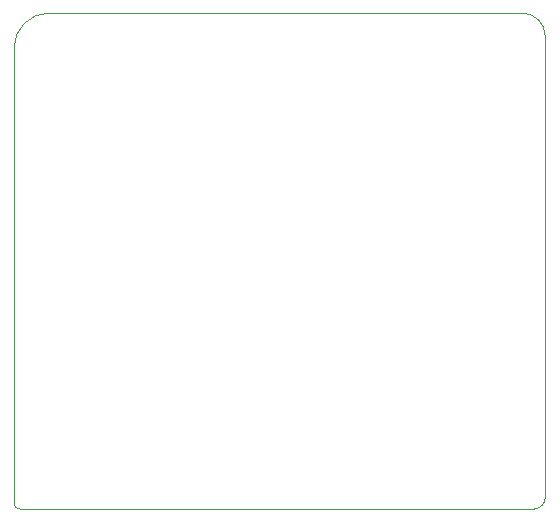
<source format=gbr>
%TF.GenerationSoftware,KiCad,Pcbnew,(6.0.5)*%
%TF.CreationDate,2022-06-26T17:30:21+02:00*%
%TF.ProjectId,midiperformer,6d696469-7065-4726-966f-726d65722e6b,rev?*%
%TF.SameCoordinates,Original*%
%TF.FileFunction,Profile,NP*%
%FSLAX46Y46*%
G04 Gerber Fmt 4.6, Leading zero omitted, Abs format (unit mm)*
G04 Created by KiCad (PCBNEW (6.0.5)) date 2022-06-26 17:30:21*
%MOMM*%
%LPD*%
G01*
G04 APERTURE LIST*
%TA.AperFunction,Profile*%
%ADD10C,0.100000*%
%TD*%
G04 APERTURE END LIST*
D10*
X244000000Y-60000000D02*
X244000000Y-99000000D01*
X202000000Y-58000000D02*
G75*
G03*
X199000000Y-61000000I0J-3000000D01*
G01*
X199000000Y-99500000D02*
X199000000Y-61000000D01*
X199000000Y-99500000D02*
G75*
G03*
X199500000Y-100000000I500000J0D01*
G01*
X202000000Y-58000000D02*
X242000000Y-58000000D01*
X243000000Y-100000000D02*
X199500000Y-100000000D01*
X243000000Y-100000000D02*
G75*
G03*
X244000000Y-99000000I0J1000000D01*
G01*
X244000000Y-60000000D02*
G75*
G03*
X242000000Y-58000000I-2000000J0D01*
G01*
M02*

</source>
